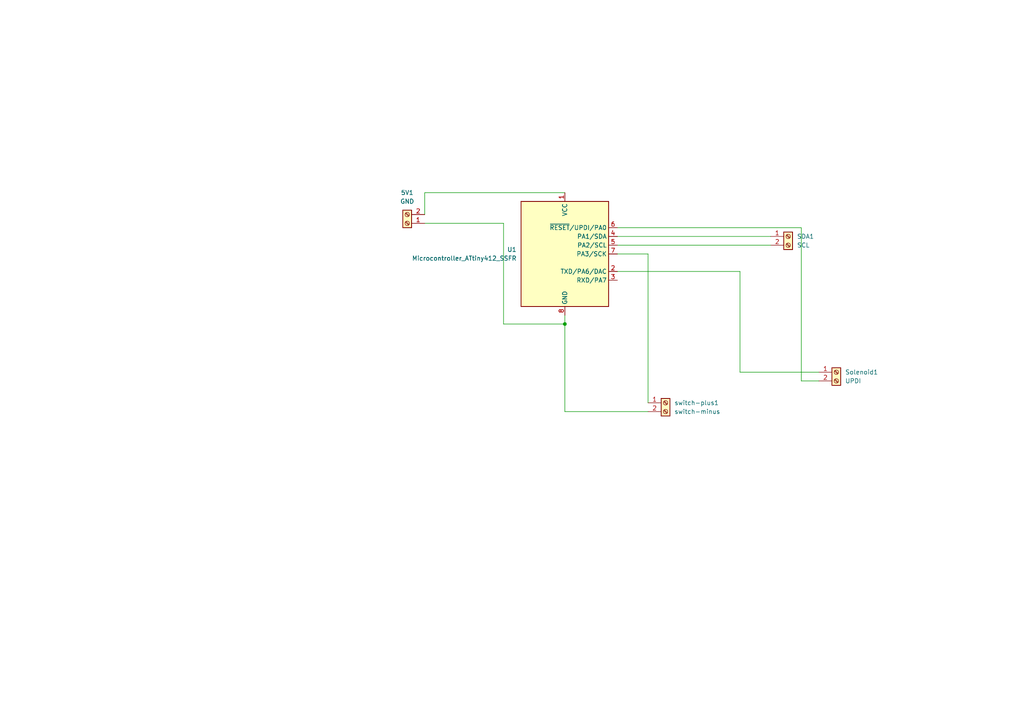
<source format=kicad_sch>
(kicad_sch (version 20231120) (generator "eeschema") (generator_version "8.0")
  (paper "A4")
  (lib_symbols
    (symbol "fab:Microcontroller_ATtiny412_SSFR"
      (property "Reference" "U" (at -12.7 17.78 0))
      (property "Value" "Microcontroller_ATtiny412_SSFR" (at 2.54 17.78 0))
      (symbol "Microcontroller_ATtiny412_SSFR_0_1"
        (rectangle (start -12.7 -15.24) (end 12.7 15.24) (stroke (width 0.254)) (fill (type background)))
      )
      (symbol "Microcontroller_ATtiny412_SSFR_1_1"
        (pin power_in line (at 0 17.78 270) (length 2.54) (name "VCC") (number "1"))
        (pin bidirectional line (at 15.24 -5.08 180) (length 2.54) (name "TXD/PA6/DAC") (number "2"))
        (pin bidirectional line (at 15.24 -7.62 180) (length 2.54) (name "RXD/PA7") (number "3"))
        (pin bidirectional line (at 15.24 5.08 180) (length 2.54) (name "PA1/SDA") (number "4"))
        (pin bidirectional line (at 15.24 2.54 180) (length 2.54) (name "PA2/SCL") (number "5"))
        (pin bidirectional line (at 15.24 7.62 180) (length 2.54) (name "~{RESET}/UPDI/PA0") (number "6"))
        (pin bidirectional line (at 15.24 0 180) (length 2.54) (name "PA3/SCK") (number "7"))
        (pin power_in line (at 0 -17.78 90) (length 2.54) (name "GND") (number "8"))
      )
    )
    (symbol "fab:Screw_Terminal_01x02_P3.5mm" (pin_names (offset 1.016) hide)
      (property "Reference" "J" (at 0 3.81 0))
      (property "Value" "Screw_Terminal_01x02_P3.5mm" (at 0 -3.81 0))
      (symbol "Screw_Terminal_01x02_P3.5mm_1_1"
        (rectangle (start -1.27 2.54) (end 1.27 -2.54) (stroke (width 0.254)) (fill (type background)))
        (circle (center 0 -1.27) (radius 0.635) (stroke (width 0.1524)))
        (polyline (pts (xy -0.5334 -0.9398) (xy 0.3302 -1.778)) (stroke (width 0.1524)))
        (polyline (pts (xy -0.5334 1.6002) (xy 0.3302 0.762)) (stroke (width 0.1524)))
        (polyline (pts (xy -0.3556 -0.762) (xy 0.508 -1.6002)) (stroke (width 0.1524)))
        (polyline (pts (xy -0.3556 1.778) (xy 0.508 0.9398)) (stroke (width 0.1524)))
        (circle (center 0 1.27) (radius 0.635) (stroke (width 0.1524)))
        (pin passive line (at -5.08 1.27 0) (length 3.81) (name "Pin_1") (number "1"))
        (pin passive line (at -5.08 -1.27 0) (length 3.81) (name "Pin_2") (number "2"))
      )
    )
  )
  (junction (at 163.83 93.98))
  (wire (pts (xy 232.41 66.04) (xy 232.41 110.49)))
  (wire (pts (xy 123.19 64.77) (xy 146.05 64.77)))
  (wire (pts (xy 163.83 119.38) (xy 187.96 119.38)))
  (wire (pts (xy 232.41 110.49) (xy 237.49 110.49)))
  (wire (pts (xy 146.05 93.98) (xy 163.83 93.98)))
  (wire (pts (xy 163.83 93.98) (xy 163.83 119.38)))
  (wire (pts (xy 179.07 71.12) (xy 223.52 71.12)))
  (wire (pts (xy 163.83 91.44) (xy 163.83 93.98)))
  (wire (pts (xy 179.07 78.74) (xy 214.63 78.74)))
  (wire (pts (xy 123.19 62.23) (xy 123.19 55.88)))
  (wire (pts (xy 179.07 68.58) (xy 223.52 68.58)))
  (wire (pts (xy 179.07 73.66) (xy 187.96 73.66)))
  (wire (pts (xy 179.07 66.04) (xy 232.41 66.04)))
  (wire (pts (xy 187.96 116.84) (xy 187.96 73.66)))
  (wire (pts (xy 214.63 107.95) (xy 214.63 78.74)))
  (wire (pts (xy 214.63 107.95) (xy 237.49 107.95)))
  (wire (pts (xy 163.83 55.88) (xy 123.19 55.88)))
  (wire (pts (xy 146.05 64.77) (xy 146.05 93.98)))
  (symbol (lib_id "fab:Screw_Terminal_01x02_P3.5mm") (at 228.6 69.85 0) (unit 1)
    (property "Reference" "SDA1" (at 231.14 68.5799 0) (effects (justify left)))
    (property "Value" "SCL" (at 231.14 71.1199 0) (effects (justify left)))
    (property "Footprint" "fab:TerminalBlock_OnShore_1x02_P3.50mm_Horizontal" (effects (hide yes)))
    (property "Datasheet" "www.on-shore.com/wp-content/uploads/ED555XDS.pdf" (effects (hide yes)))
    (property "Description" "TERM BLK 2POS SIDE ENT 3.5MM PCB" (effects (hide yes)))
  )
  (symbol (lib_id "fab:Microcontroller_ATtiny412_SSFR") (at 163.83 73.66 0) (unit 1)
    (property "Reference" "U1" (at 149.86 72.3899 0) (effects (justify right)))
    (property "Value" "Microcontroller_ATtiny412_SSFR" (at 149.86 74.9299 0) (effects (justify right)))
    (property "Footprint" "fab:SOIC-8_3.9x4.9mm_P1.27mm" (effects (hide yes)))
    (property "Datasheet" "http://ww1.microchip.com/downloads/en/DeviceDoc/40001911A.pdf" (effects (hide yes)))
    (property "Description" "AVR tinyAVR™ 1 Microcontroller IC 8-Bit 20MHz 4KB (4K x 8) FLASH 8-SOIC" (effects (hide yes)))
  )
  (symbol (lib_id "fab:Screw_Terminal_01x02_P3.5mm") (at 242.57 109.22 0) (unit 1)
    (property "Reference" "Solenoid1" (at 245.11 107.9499 0) (effects (justify left)))
    (property "Value" "UPDI" (at 245.11 110.4899 0) (effects (justify left)))
    (property "Footprint" "fab:TerminalBlock_OnShore_1x02_P3.50mm_Horizontal" (effects (hide yes)))
    (property "Datasheet" "www.on-shore.com/wp-content/uploads/ED555XDS.pdf" (effects (hide yes)))
    (property "Description" "TERM BLK 2POS SIDE ENT 3.5MM PCB" (effects (hide yes)))
  )
  (symbol (lib_id "fab:Screw_Terminal_01x02_P3.5mm") (at 193.04 118.11 0) (unit 1)
    (property "Reference" "switch-plus1" (at 195.58 116.8399 0) (effects (justify left)))
    (property "Value" "switch-minus" (at 195.58 119.3799 0) (effects (justify left)))
    (property "Footprint" "fab:TerminalBlock_OnShore_1x02_P3.50mm_Horizontal" (effects (hide yes)))
    (property "Datasheet" "www.on-shore.com/wp-content/uploads/ED555XDS.pdf" (effects (hide yes)))
    (property "Description" "TERM BLK 2POS SIDE ENT 3.5MM PCB" (effects (hide yes)))
  )
  (symbol (lib_id "fab:Screw_Terminal_01x02_P3.5mm") (at 118.11 63.5 180) (unit 1)
    (property "Reference" "5V1" (at 118.11 55.88 0))
    (property "Value" "GND" (at 118.11 58.42 0))
    (property "Footprint" "fab:TerminalBlock_OnShore_1x02_P3.50mm_Horizontal" (effects (hide yes)))
    (property "Datasheet" "www.on-shore.com/wp-content/uploads/ED555XDS.pdf" (effects (hide yes)))
    (property "Description" "TERM BLK 2POS SIDE ENT 3.5MM PCB" (effects (hide yes)))
  )
)
</source>
